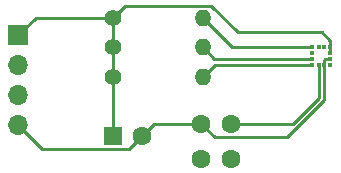
<source format=gbr>
%TF.GenerationSoftware,KiCad,Pcbnew,7.0.10*%
%TF.CreationDate,2024-05-09T00:22:21+08:00*%
%TF.ProjectId,pcb.rescue,7063622e-7265-4736-9375-652e6b696361,rev?*%
%TF.SameCoordinates,Original*%
%TF.FileFunction,Copper,L1,Top*%
%TF.FilePolarity,Positive*%
%FSLAX46Y46*%
G04 Gerber Fmt 4.6, Leading zero omitted, Abs format (unit mm)*
G04 Created by KiCad (PCBNEW 7.0.10) date 2024-05-09 00:22:21*
%MOMM*%
%LPD*%
G01*
G04 APERTURE LIST*
%TA.AperFunction,ComponentPad*%
%ADD10C,1.400000*%
%TD*%
%TA.AperFunction,ComponentPad*%
%ADD11O,1.400000X1.400000*%
%TD*%
%TA.AperFunction,ComponentPad*%
%ADD12C,1.600000*%
%TD*%
%TA.AperFunction,SMDPad,CuDef*%
%ADD13R,0.375000X0.350000*%
%TD*%
%TA.AperFunction,SMDPad,CuDef*%
%ADD14R,0.350000X0.375000*%
%TD*%
%TA.AperFunction,ComponentPad*%
%ADD15R,1.600000X1.600000*%
%TD*%
%TA.AperFunction,ComponentPad*%
%ADD16R,1.700000X1.700000*%
%TD*%
%TA.AperFunction,ComponentPad*%
%ADD17O,1.700000X1.700000*%
%TD*%
%TA.AperFunction,Conductor*%
%ADD18C,0.250000*%
%TD*%
G04 APERTURE END LIST*
D10*
%TO.P,R3,1*%
%TO.N,+3V3*%
X141000000Y-83000000D03*
D11*
%TO.P,R3,2*%
%TO.N,/SCL*%
X148620000Y-83000000D03*
%TD*%
D12*
%TO.P,C1,1*%
%TO.N,+3V3*%
X151000000Y-95000000D03*
%TO.P,C1,2*%
%TO.N,GND*%
X148500000Y-95000000D03*
%TD*%
D10*
%TO.P,R2,1*%
%TO.N,+3V3*%
X141000000Y-88000000D03*
D11*
%TO.P,R2,2*%
%TO.N,/SDA*%
X148620000Y-88000000D03*
%TD*%
D12*
%TO.P,C3,1*%
%TO.N,Net-(U1-C1)*%
X151000000Y-92000000D03*
%TO.P,C3,2*%
%TO.N,GND*%
X148500000Y-92000000D03*
%TD*%
D13*
%TO.P,U1,1,SCL/SPC*%
%TO.N,/SCL*%
X157917500Y-85477500D03*
%TO.P,U1,2,NC*%
%TO.N,unconnected-(U1-NC-Pad2)*%
X157917500Y-85977500D03*
%TO.P,U1,3,~{CS}*%
%TO.N,Net-(U1-~{CS})*%
X157917500Y-86477500D03*
%TO.P,U1,4,SDA/SDI/SDO*%
%TO.N,/SDA*%
X157917500Y-86977500D03*
D14*
%TO.P,U1,5,C1*%
%TO.N,Net-(U1-C1)*%
X158430000Y-86990000D03*
%TO.P,U1,6,GND*%
%TO.N,GND*%
X158930000Y-86990000D03*
D13*
%TO.P,U1,7,DRDY*%
%TO.N,unconnected-(U1-DRDY-Pad7)*%
X159442500Y-86977500D03*
%TO.P,U1,8,GND*%
%TO.N,GND*%
X159442500Y-86477500D03*
%TO.P,U1,9,Vdd*%
%TO.N,+3V3*%
X159442500Y-85977500D03*
%TO.P,U1,10,Vdd_IO*%
X159442500Y-85477500D03*
D14*
%TO.P,U1,11,NC*%
%TO.N,unconnected-(U1-NC-Pad11)*%
X158930000Y-85465000D03*
%TO.P,U1,12,NC*%
%TO.N,unconnected-(U1-NC-Pad12)*%
X158430000Y-85465000D03*
%TD*%
D15*
%TO.P,C2,1*%
%TO.N,+3V3*%
X141000000Y-93000000D03*
D12*
%TO.P,C2,2*%
%TO.N,GND*%
X143500000Y-93000000D03*
%TD*%
D10*
%TO.P,R1,1*%
%TO.N,+3V3*%
X141000000Y-85500000D03*
D11*
%TO.P,R1,2*%
%TO.N,Net-(U1-~{CS})*%
X148620000Y-85500000D03*
%TD*%
D16*
%TO.P,J1,1,Pin_1*%
%TO.N,+3V3*%
X133000000Y-84500000D03*
D17*
%TO.P,J1,2,Pin_2*%
%TO.N,/SDA*%
X133000000Y-87040000D03*
%TO.P,J1,3,Pin_3*%
%TO.N,/SCL*%
X133000000Y-89580000D03*
%TO.P,J1,4,Pin_4*%
%TO.N,GND*%
X133000000Y-92120000D03*
%TD*%
D18*
%TO.N,+3V3*%
X159442500Y-85977500D02*
X159442500Y-85477500D01*
X159442500Y-84965000D02*
X159442500Y-85477500D01*
X151630000Y-84250000D02*
X158727500Y-84250000D01*
X158727500Y-84250000D02*
X159442500Y-84965000D01*
X141000000Y-83000000D02*
X134500000Y-83000000D01*
X142025000Y-81975000D02*
X149355000Y-81975000D01*
X134500000Y-83000000D02*
X133000000Y-84500000D01*
X141000000Y-83000000D02*
X142025000Y-81975000D01*
X141000000Y-83000000D02*
X141000000Y-93000000D01*
X149355000Y-81975000D02*
X151630000Y-84250000D01*
%TO.N,GND*%
X143500000Y-93000000D02*
X142375000Y-94125000D01*
X158930000Y-86552500D02*
X158930000Y-86990000D01*
X159442500Y-86477500D02*
X159005000Y-86477500D01*
X155781396Y-93125000D02*
X149625000Y-93125000D01*
X144500000Y-92000000D02*
X143500000Y-93000000D01*
X158930000Y-86990000D02*
X158930000Y-89976396D01*
X148500000Y-92000000D02*
X144500000Y-92000000D01*
X142375000Y-94125000D02*
X135005000Y-94125000D01*
X159005000Y-86477500D02*
X158930000Y-86552500D01*
X149625000Y-93125000D02*
X148500000Y-92000000D01*
X135005000Y-94125000D02*
X133000000Y-92120000D01*
X158930000Y-89976396D02*
X155781396Y-93125000D01*
%TO.N,Net-(U1-C1)*%
X158430000Y-86990000D02*
X158430000Y-89840000D01*
X156270000Y-92000000D02*
X151000000Y-92000000D01*
X158430000Y-89840000D02*
X156270000Y-92000000D01*
%TO.N,/SDA*%
X149642500Y-86977500D02*
X148620000Y-88000000D01*
X157917500Y-86977500D02*
X149642500Y-86977500D01*
%TO.N,/SCL*%
X151097500Y-85477500D02*
X148620000Y-83000000D01*
X157917500Y-85477500D02*
X151097500Y-85477500D01*
%TO.N,Net-(U1-~{CS})*%
X149597500Y-86477500D02*
X148620000Y-85500000D01*
X157917500Y-86477500D02*
X149597500Y-86477500D01*
%TD*%
M02*

</source>
